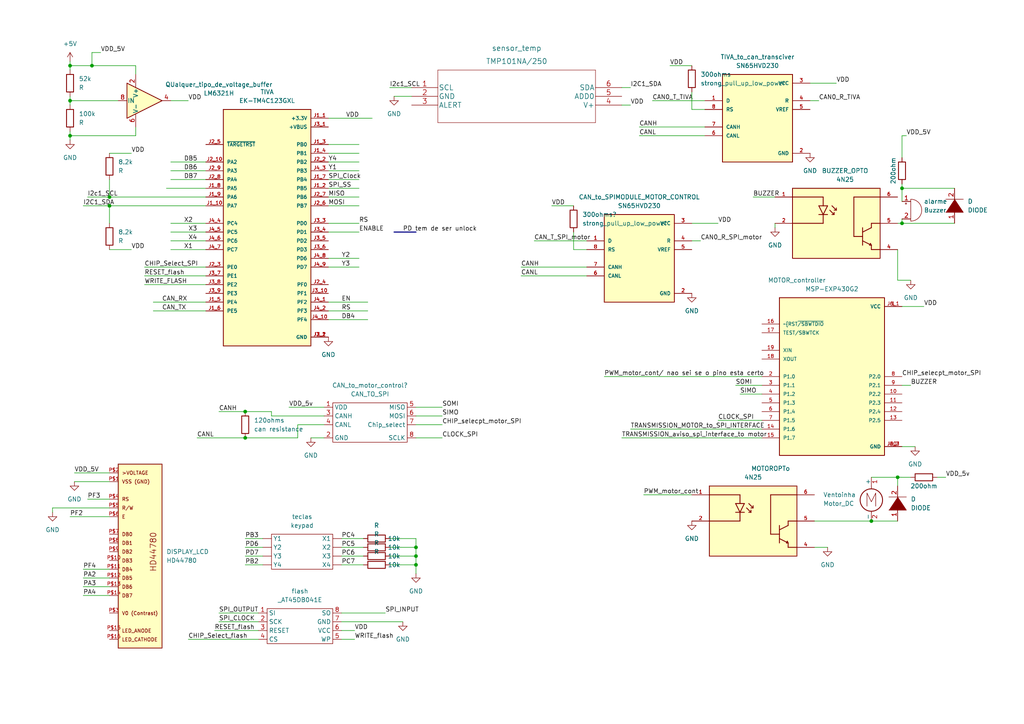
<source format=kicad_sch>
(kicad_sch (version 20211123) (generator eeschema)
  (paper "A4")
  (lib_symbols
    (symbol "4N25:4N25" (pin_names (offset 1.016))
      (property "Reference" "U" (at -12.7047 10.1638 0))
      (property "Value" "4N25" (at -12.7204 -12.7204 0))
      (symbol "4N25_0_0"
        (rectangle (start -12.7 -10.16) (end 12.7 10.16) (stroke (width 0.254)) (fill (type background)))
        (polyline (pts (xy -12.7 7.62) (xy -3.81 7.62)) (stroke (width 0.254)))
        (polyline (pts (xy -5.08 2.54) (xy -3.81 2.54)) (stroke (width 0.254)))
        (polyline (pts (xy -5.08 5.08) (xy -3.81 5.08)) (stroke (width 0.254)))
        (polyline (pts (xy -3.81 0) (xy -12.7 0)) (stroke (width 0.254)))
        (polyline (pts (xy -3.81 2.54) (xy -5.08 5.08)) (stroke (width 0.254)))
        (polyline (pts (xy -3.81 2.54) (xy -3.81 0)) (stroke (width 0.254)))
        (polyline (pts (xy -3.81 2.54) (xy -2.54 2.54)) (stroke (width 0.254)))
        (polyline (pts (xy -3.81 5.08) (xy -2.54 5.08)) (stroke (width 0.254)))
        (polyline (pts (xy -3.81 7.62) (xy -3.81 5.08)) (stroke (width 0.254)))
        (polyline (pts (xy -2.54 5.08) (xy -3.81 2.54)) (stroke (width 0.254)))
        (polyline (pts (xy -1.905 3.81) (xy -0.635 2.54)) (stroke (width 0.254)))
        (polyline (pts (xy -1.27 5.08) (xy 0 3.81)) (stroke (width 0.254)))
        (polyline (pts (xy -0.635 2.54) (xy -1.27 2.54)) (stroke (width 0.254)))
        (polyline (pts (xy -0.635 2.54) (xy -0.635 3.175)) (stroke (width 0.254)))
        (polyline (pts (xy 0 3.81) (xy -0.635 3.81)) (stroke (width 0.254)))
        (polyline (pts (xy 0 3.81) (xy 0 4.445)) (stroke (width 0.254)))
        (polyline (pts (xy 5.08 -3.81) (xy 7.62 -3.81)) (stroke (width 0.254)))
        (polyline (pts (xy 5.08 7.62) (xy 5.08 -3.81)) (stroke (width 0.254)))
        (polyline (pts (xy 7.62 -3.81) (xy 7.62 -6.35)) (stroke (width 0.254)))
        (polyline (pts (xy 7.62 -1.27) (xy 7.62 -3.81)) (stroke (width 0.254)))
        (polyline (pts (xy 9.652 -6.35) (xy 10.16 -6.35)) (stroke (width 0.254)))
        (polyline (pts (xy 9.906 -5.842) (xy 9.652 -6.35)) (stroke (width 0.254)))
        (polyline (pts (xy 10.16 -7.62) (xy 10.16 -6.35)) (stroke (width 0.254)))
        (polyline (pts (xy 10.16 -7.62) (xy 12.7 -7.62)) (stroke (width 0.254)))
        (polyline (pts (xy 10.16 -6.35) (xy 7.62 -5.08)) (stroke (width 0.254)))
        (polyline (pts (xy 10.16 -6.35) (xy 9.906 -5.842)) (stroke (width 0.254)))
        (polyline (pts (xy 10.16 -1.27) (xy 7.62 -2.54)) (stroke (width 0.254)))
        (polyline (pts (xy 10.16 0) (xy 10.16 -1.27)) (stroke (width 0.254)))
        (polyline (pts (xy 10.16 0) (xy 12.7 0)) (stroke (width 0.254)))
        (polyline (pts (xy 12.7 7.62) (xy 5.08 7.62)) (stroke (width 0.254)))
        (pin passive line (at -17.78 7.62 0) (length 5.08) (name "~") (number "1"))
        (pin passive line (at -17.78 0 0) (length 5.08) (name "~") (number "2"))
        (pin passive line (at 17.78 -7.62 180) (length 5.08) (name "~") (number "4"))
        (pin passive line (at 17.78 0 180) (length 5.08) (name "~") (number "5"))
        (pin passive line (at 17.78 7.62 180) (length 5.08) (name "~") (number "6"))
      )
    )
    (symbol "AT45DB041E:_AT45DB041E"
      (property "Reference" "U" (at -2.54 11.43 0))
      (property "Value" "_AT45DB041E" (at -2.54 -1.27 0))
      (symbol "_AT45DB041E_0_1"
        (rectangle (start -11.43 10.16) (end 7.62 0))
      )
      (symbol "_AT45DB041E_1_1"
        (pin bidirectional line (at -13.97 8.89 0) (length 2.54) (name "SI") (number "1"))
        (pin bidirectional line (at -13.97 6.35 0) (length 2.54) (name "SCK") (number "2"))
        (pin bidirectional line (at -13.97 3.81 0) (length 2.54) (name "RESET") (number "3"))
        (pin bidirectional line (at -13.97 1.27 0) (length 2.54) (name "CS") (number "4"))
        (pin bidirectional line (at 10.16 1.27 180) (length 2.54) (name "WP") (number "5"))
        (pin bidirectional line (at 10.16 3.81 180) (length 2.54) (name "VCC") (number "6"))
        (pin bidirectional line (at 10.16 6.35 180) (length 2.54) (name "GND") (number "7"))
        (pin bidirectional line (at 10.16 8.89 180) (length 2.54) (name "SO") (number "8"))
      )
    )
    (symbol "Amplifier_Buffer:LM6321H" (pin_names (offset 0.127))
      (property "Reference" "U" (at 5.08 3.81 0))
      (property "Value" "LM6321H" (at 5.08 -3.81 0))
      (symbol "LM6321H_0_1"
        (polyline (pts (xy 5.08 0) (xy -5.08 5.08) (xy -5.08 -5.08) (xy 5.08 0)) (stroke (width 0.254)) (fill (type background)))
      )
      (symbol "LM6321H_1_1"
        (pin no_connect line (at -2.54 2.54 270) (length 2.54) hide (name "NC") (number "1"))
        (pin power_in line (at -2.54 7.62 270) (length 3.81) (name "V+") (number "2"))
        (pin no_connect line (at 0 2.54 270) (length 2.54) hide (name "NC") (number "3"))
        (pin output line (at 7.62 0 180) (length 2.54) (name "~") (number "4"))
        (pin no_connect line (at 0 -2.54 90) (length 2.54) hide (name "NC") (number "5"))
        (pin power_in line (at -2.54 -7.62 90) (length 3.81) (name "V-") (number "6"))
        (pin no_connect line (at -2.54 -2.54 90) (length 2.54) hide (name "NC") (number "7"))
        (pin input line (at -7.62 0 0) (length 2.54) (name "IN") (number "8"))
      )
    )
    (symbol "CAN_TO_SPI:CAN_TO_SPI"
      (property "Reference" "U" (at 0 -12.7 0))
      (property "Value" "CAN_TO_SPI" (at 0 2.54 0))
      (symbol "CAN_TO_SPI_0_1"
        (rectangle (start -10.16 0) (end 11.43 -11.43))
      )
      (symbol "CAN_TO_SPI_1_1"
        (pin bidirectional line (at -12.7 -1.27 0) (length 2.54) (name "VDD") (number "1"))
        (pin bidirectional line (at -12.7 -10.16 0) (length 2.54) (name "GND") (number "2"))
        (pin bidirectional line (at -12.7 -3.81 0) (length 2.54) (name "CANH") (number "3"))
        (pin bidirectional line (at -12.7 -6.35 0) (length 2.54) (name "CANL") (number "4"))
        (pin bidirectional line (at 13.97 -1.27 180) (length 2.54) (name "MISO") (number "5"))
        (pin bidirectional line (at 13.97 -3.81 180) (length 2.54) (name "MOSI") (number "6"))
        (pin bidirectional line (at 13.97 -6.35 180) (length 2.54) (name "Chip_select") (number "7"))
        (pin bidirectional line (at 13.97 -10.16 180) (length 2.54) (name "SCLK") (number "8"))
      )
    )
    (symbol "Device:Buzzer" (pin_names (offset 0.0254) hide)
      (property "Reference" "BZ" (at 3.81 1.27 0))
      (property "Value" "Buzzer" (at 3.81 -1.27 0))
      (symbol "Buzzer_0_1"
        (arc (start 0 -3.175) (mid 3.175 0) (end 0 3.175))
        (polyline (pts (xy -1.651 1.905) (xy -1.143 1.905)))
        (polyline (pts (xy -1.397 2.159) (xy -1.397 1.651)))
        (polyline (pts (xy 0 3.175) (xy 0 -3.175)))
      )
      (symbol "Buzzer_1_1"
        (pin passive line (at -2.54 2.54 0) (length 2.54) (name "-") (number "1"))
        (pin passive line (at -2.54 -2.54 0) (length 2.54) (name "+") (number "2"))
      )
    )
    (symbol "Device:R" (pin_numbers hide) (pin_names (offset 0))
      (property "Reference" "R" (at 2.032 0 90))
      (property "Value" "R" (at 0 0 90))
      (symbol "R_0_1"
        (rectangle (start -1.016 -2.54) (end 1.016 2.54) (stroke (width 0.254)))
      )
      (symbol "R_1_1"
        (pin passive line (at 0 3.81 270) (length 1.27) (name "~") (number "1"))
        (pin passive line (at 0 -3.81 90) (length 1.27) (name "~") (number "2"))
      )
    )
    (symbol "EK-TM4C123GXL:EK-TM4C123GXL" (pin_names (offset 1.016))
      (property "Reference" "U" (at -12.7367 34.3099 0))
      (property "Value" "EK-TM4C123GXL" (at -12.7129 -38.1075 0))
      (symbol "EK-TM4C123GXL_0_0"
        (rectangle (start -12.7 -35.56) (end 12.7 33.02) (stroke (width 0.254)) (fill (type background)))
        (pin power_in line (at 17.78 30.48 180) (length 5.08) (name "+3.3V") (number "J1_1"))
        (pin bidirectional line (at -17.78 5.08 0) (length 5.08) (name "PA7") (number "J1_10"))
        (pin bidirectional line (at 17.78 10.16 180) (length 5.08) (name "PB5") (number "J1_2"))
        (pin bidirectional line (at 17.78 22.86 180) (length 5.08) (name "PB0") (number "J1_3"))
        (pin bidirectional line (at 17.78 20.32 180) (length 5.08) (name "PB1") (number "J1_4"))
        (pin bidirectional line (at -17.78 -22.86 0) (length 5.08) (name "PE4") (number "J1_5"))
        (pin bidirectional line (at -17.78 -25.4 0) (length 5.08) (name "PE5") (number "J1_6"))
        (pin bidirectional line (at 17.78 12.7 180) (length 5.08) (name "PB4") (number "J1_7"))
        (pin bidirectional line (at -17.78 10.16 0) (length 5.08) (name "PA5") (number "J1_8"))
        (pin bidirectional line (at -17.78 7.62 0) (length 5.08) (name "PA6") (number "J1_9"))
        (pin power_in line (at 17.78 -33.02 180) (length 5.08) (name "GND") (number "J2_1"))
        (pin bidirectional line (at -17.78 17.78 0) (length 5.08) (name "PA2") (number "J2_10"))
        (pin bidirectional line (at 17.78 17.78 180) (length 5.08) (name "PB2") (number "J2_2"))
        (pin bidirectional line (at -17.78 -12.7 0) (length 5.08) (name "PE0") (number "J2_3"))
        (pin bidirectional line (at 17.78 -17.78 180) (length 5.08) (name "PF0") (number "J2_4"))
        (pin input line (at -17.78 22.86 0) (length 5.08) (name "~{TARGETRST}") (number "J2_5"))
        (pin bidirectional line (at 17.78 5.08 180) (length 5.08) (name "PB7") (number "J2_6"))
        (pin bidirectional line (at 17.78 7.62 180) (length 5.08) (name "PB6") (number "J2_7"))
        (pin bidirectional line (at -17.78 12.7 0) (length 5.08) (name "PA4") (number "J2_8"))
        (pin bidirectional line (at -17.78 15.24 0) (length 5.08) (name "PA3") (number "J2_9"))
        (pin power_in line (at 17.78 27.94 180) (length 5.08) (name "+VBUS") (number "J3_1"))
        (pin bidirectional line (at 17.78 -20.32 180) (length 5.08) (name "PF1") (number "J3_10"))
        (pin power_in line (at 17.78 -33.02 180) (length 5.08) (name "GND") (number "J3_2"))
        (pin bidirectional line (at 17.78 0 180) (length 5.08) (name "PD0") (number "J3_3"))
        (pin bidirectional line (at 17.78 -2.54 180) (length 5.08) (name "PD1") (number "J3_4"))
        (pin bidirectional line (at 17.78 -5.08 180) (length 5.08) (name "PD2") (number "J3_5"))
        (pin bidirectional line (at 17.78 -7.62 180) (length 5.08) (name "PD3") (number "J3_6"))
        (pin bidirectional line (at -17.78 -15.24 0) (length 5.08) (name "PE1") (number "J3_7"))
        (pin bidirectional line (at -17.78 -17.78 0) (length 5.08) (name "PE2") (number "J3_8"))
        (pin bidirectional line (at -17.78 -20.32 0) (length 5.08) (name "PE3") (number "J3_9"))
        (pin bidirectional line (at 17.78 -22.86 180) (length 5.08) (name "PF2") (number "J4_1"))
        (pin bidirectional line (at 17.78 -27.94 180) (length 5.08) (name "PF4") (number "J4_10"))
        (pin bidirectional line (at 17.78 -25.4 180) (length 5.08) (name "PF3") (number "J4_2"))
        (pin bidirectional line (at 17.78 15.24 180) (length 5.08) (name "PB3") (number "J4_3"))
        (pin bidirectional line (at -17.78 0 0) (length 5.08) (name "PC4") (number "J4_4"))
        (pin bidirectional line (at -17.78 -2.54 0) (length 5.08) (name "PC5") (number "J4_5"))
        (pin bidirectional line (at -17.78 -5.08 0) (length 5.08) (name "PC6") (number "J4_6"))
        (pin bidirectional line (at -17.78 -7.62 0) (length 5.08) (name "PC7") (number "J4_7"))
        (pin bidirectional line (at 17.78 -10.16 180) (length 5.08) (name "PD6") (number "J4_8"))
        (pin bidirectional line (at 17.78 -12.7 180) (length 5.08) (name "PD7") (number "J4_9"))
      )
    )
    (symbol "HD44780:HD44780" (pin_names (offset 1.016))
      (property "Reference" "DIS" (at 0 5.0838 0))
      (property "Value" "HD44780" (at 0 2.5411 0))
      (symbol "HD44780_0_0"
        (rectangle (start 0 -53.34) (end 12.7 0) (stroke (width 0.254)) (fill (type background)))
        (text ">VOLTAGE" (at 1.0178 -2.5445 0) (effects (font (size 1.0178 1.0178)) (justify left)))
        (text "DB0" (at 1.0173 -20.3461 0) (effects (font (size 1.0173 1.0173)) (justify left)))
        (text "DB1" (at 1.0168 -22.8787 0) (effects (font (size 1.0168 1.0168)) (justify left)))
        (text "DB2" (at 1.0162 -25.4047 0) (effects (font (size 1.0162 1.0162)) (justify left)))
        (text "DB3" (at 1.0178 -27.9901 0) (effects (font (size 1.0178 1.0178)) (justify left)))
        (text "DB4" (at 1.0178 -30.5329 0) (effects (font (size 1.0178 1.0178)) (justify left)))
        (text "DB5" (at 1.0161 -33.0219 0) (effects (font (size 1.0161 1.0161)) (justify left)))
        (text "DB6" (at 1.017 -35.5947 0) (effects (font (size 1.017 1.017)) (justify left)))
        (text "DB7" (at 1.0168 -38.1282 0) (effects (font (size 1.0168 1.0168)) (justify left)))
        (text "E" (at 1.018 -15.2701 0) (effects (font (size 1.018 1.018)) (justify left)))
        (text "HD44780" (at 10.1674 -25.4186 900) (effects (font (size 1.6776 1.6776))))
        (text "LED_ANODE" (at 1.0175 -48.3321 0) (effects (font (size 1.0175 1.0175)) (justify left)))
        (text "LED_CATHODE" (at 1.0176 -50.8817 0) (effects (font (size 1.0176 1.0176)) (justify left)))
        (text "R/W" (at 1.0169 -12.7107 0) (effects (font (size 1.0169 1.0169)) (justify left)))
        (text "RS" (at 1.0163 -10.1627 0) (effects (font (size 1.0163 1.0163)) (justify left)))
        (text "V0 (Contrast)" (at 1.0176 -43.2498 0) (effects (font (size 1.0176 1.0176)) (justify left)))
        (text "VSS (GND)" (at 1.0161 -5.0803 0) (effects (font (size 1.0161 1.0161)) (justify left)))
        (pin bidirectional line (at -2.54 -5.08 0) (length 2.54) (name "~") (number "P$1"))
        (pin bidirectional line (at -2.54 -27.94 0) (length 2.54) (name "~") (number "P$10"))
        (pin bidirectional line (at -2.54 -30.48 0) (length 2.54) (name "~") (number "P$11"))
        (pin bidirectional line (at -2.54 -33.02 0) (length 2.54) (name "~") (number "P$12"))
        (pin bidirectional line (at -2.54 -35.56 0) (length 2.54) (name "~") (number "P$13"))
        (pin bidirectional line (at -2.54 -38.1 0) (length 2.54) (name "~") (number "P$14"))
        (pin bidirectional line (at -2.54 -48.26 0) (length 2.54) (name "~") (number "P$15"))
        (pin bidirectional line (at -2.54 -50.8 0) (length 2.54) (name "~") (number "P$16"))
        (pin bidirectional line (at -2.54 -2.54 0) (length 2.54) (name "~") (number "P$2"))
        (pin bidirectional line (at -2.54 -43.18 0) (length 2.54) (name "~") (number "P$3"))
        (pin bidirectional line (at -2.54 -10.16 0) (length 2.54) (name "~") (number "P$4"))
        (pin bidirectional line (at -2.54 -12.7 0) (length 2.54) (name "~") (number "P$5"))
        (pin bidirectional line (at -2.54 -15.24 0) (length 2.54) (name "~") (number "P$6"))
        (pin bidirectional line (at -2.54 -20.32 0) (length 2.54) (name "~") (number "P$7"))
        (pin bidirectional line (at -2.54 -22.86 0) (length 2.54) (name "~") (number "P$8"))
        (pin bidirectional line (at -2.54 -25.4 0) (length 2.54) (name "~") (number "P$9"))
      )
    )
    (symbol "MSP-EXP430G2:MSP-EXP430G2" (pin_names (offset 1.016))
      (property "Reference" "U" (at -15.24 23.876 0))
      (property "Value" "MSP-EXP430G2" (at -15.24 -25.4 0))
      (symbol "MSP-EXP430G2_0_0"
        (rectangle (start -15.24 -22.86) (end 15.24 22.86) (stroke (width 0.254)) (fill (type background)))
        (pin power_in line (at 20.32 20.32 180) (length 5.08) (name "VCC") (number "1"))
        (pin bidirectional line (at 20.32 -5.08 180) (length 5.08) (name "P2.2") (number "10"))
        (pin bidirectional line (at 20.32 -7.62 180) (length 5.08) (name "P2.3") (number "11"))
        (pin bidirectional line (at 20.32 -10.16 180) (length 5.08) (name "P2.4") (number "12"))
        (pin bidirectional line (at 20.32 -12.7 180) (length 5.08) (name "P2.5") (number "13"))
        (pin bidirectional line (at -20.32 -15.24 0) (length 5.08) (name "P1.6") (number "14"))
        (pin bidirectional line (at -20.32 -17.78 0) (length 5.08) (name "P1.7") (number "15"))
        (pin bidirectional line (at -20.32 15.24 0) (length 5.08) (name "~{RST~{/SBWTDIO}") (number "16"))
        (pin input line (at -20.32 12.7 0) (length 5.08) (name "TEST/SBWTCK") (number "17"))
        (pin output line (at -20.32 5.08 0) (length 5.08) (name "XOUT") (number "18"))
        (pin input line (at -20.32 7.62 0) (length 5.08) (name "XIN") (number "19"))
        (pin bidirectional line (at -20.32 0 0) (length 5.08) (name "P1.0") (number "2"))
        (pin power_in line (at 20.32 -20.32 180) (length 5.08) (name "GND") (number "20"))
        (pin bidirectional line (at -20.32 -2.54 0) (length 5.08) (name "P1.1") (number "3"))
        (pin bidirectional line (at -20.32 -5.08 0) (length 5.08) (name "P1.2") (number "4"))
        (pin bidirectional line (at -20.32 -7.62 0) (length 5.08) (name "P1.3") (number "5"))
        (pin bidirectional line (at -20.32 -10.16 0) (length 5.08) (name "P1.4") (number "6"))
        (pin bidirectional line (at -20.32 -12.7 0) (length 5.08) (name "P1.5") (number "7"))
        (pin bidirectional line (at 20.32 0 180) (length 5.08) (name "P2.0") (number "8"))
        (pin bidirectional line (at 20.32 -2.54 180) (length 5.08) (name "P2.1") (number "9"))
        (pin power_in line (at 20.32 20.32 180) (length 5.08) (name "VCC") (number "J6_1"))
        (pin power_in line (at 20.32 -20.32 180) (length 5.08) (name "GND") (number "J6_2"))
        (pin power_in line (at 20.32 -20.32 180) (length 5.08) (name "GND") (number "J6_3"))
      )
    )
    (symbol "Motor:Motor_DC" (pin_names (offset 0))
      (property "Reference" "M" (at 2.54 2.54 0))
      (property "Value" "Motor_DC" (at 2.54 -5.08 0))
      (symbol "Motor_DC_0_0"
        (polyline (pts (xy -1.27 -3.302) (xy -1.27 0.508) (xy 0 -2.032) (xy 1.27 0.508) (xy 1.27 -3.302)))
      )
      (symbol "Motor_DC_0_1"
        (circle (center 0 -1.524) (radius 3.2512) (stroke (width 0.254)))
        (polyline (pts (xy 0 -7.62) (xy 0 -7.112)))
        (polyline (pts (xy 0 -4.7752) (xy 0 -5.1816)))
        (polyline (pts (xy 0 1.7272) (xy 0 2.0828)))
        (polyline (pts (xy 0 2.032) (xy 0 2.54)))
      )
      (symbol "Motor_DC_1_1"
        (pin passive line (at 0 5.08 270) (length 2.54) (name "+") (number "1"))
        (pin passive line (at 0 -7.62 90) (length 2.54) (name "-") (number "2"))
      )
    )
    (symbol "SN65HVD230:SN65HVD230" (pin_names (offset 1.016))
      (property "Reference" "U" (at -10.164 13.9767 0))
      (property "Value" "SN65HVD230" (at -10.1706 -13.9559 0))
      (symbol "SN65HVD230_0_0"
        (rectangle (start -10.16 -12.7) (end 10.16 12.7) (stroke (width 0.254)) (fill (type background)))
        (pin input line (at -15.24 5.08 0) (length 5.08) (name "D") (number "1"))
        (pin power_in line (at 15.24 -10.16 180) (length 5.08) (name "GND") (number "2"))
        (pin power_in line (at 15.24 10.16 180) (length 5.08) (name "VCC") (number "3"))
        (pin output line (at 15.24 5.08 180) (length 5.08) (name "R") (number "4"))
        (pin output line (at 15.24 2.54 180) (length 5.08) (name "VREF") (number "5"))
        (pin bidirectional line (at -15.24 -5.08 0) (length 5.08) (name "CANL") (number "6"))
        (pin bidirectional line (at -15.24 -2.54 0) (length 5.08) (name "CANH") (number "7"))
        (pin input line (at -15.24 2.54 0) (length 5.08) (name "RS") (number "8"))
      )
    )
    (symbol "TMP 101:TMP101NA{slash}250" (pin_names (offset 0.254))
      (property "Reference" "U" (at 30.48 10.16 0))
      (property "Value" "TMP101NA{slash}250" (at 30.48 7.62 0))
      (symbol "TMP101NA{slash}250_1_1"
        (polyline (pts (xy 7.62 -10.16) (xy 53.34 -10.16)) (stroke (width 0.127)))
        (polyline (pts (xy 7.62 5.08) (xy 7.62 -10.16)) (stroke (width 0.127)))
        (polyline (pts (xy 53.34 -10.16) (xy 53.34 5.08)) (stroke (width 0.127)))
        (polyline (pts (xy 53.34 5.08) (xy 7.62 5.08)) (stroke (width 0.127)))
        (pin unspecified line (at 0 0 0) (length 7.62) (name "SCL") (number "1"))
        (pin power_in line (at 0 -2.54 0) (length 7.62) (name "GND") (number "2"))
        (pin unspecified line (at 0 -5.08 0) (length 7.62) (name "ALERT") (number "3"))
        (pin power_in line (at 60.96 -5.08 180) (length 7.62) (name "V+") (number "4"))
        (pin unspecified line (at 60.96 -2.54 180) (length 7.62) (name "ADD0") (number "5"))
        (pin unspecified line (at 60.96 0 180) (length 7.62) (name "SDA") (number "6"))
      )
    )
    (symbol "keypad:keypad"
      (property "Reference" "U" (at 0 10.16 0))
      (property "Value" "keypad" (at 0 -3.81 0))
      (symbol "keypad_0_1"
        (rectangle (start -10.16 8.89) (end 7.62 -1.27))
      )
      (symbol "keypad_1_1"
        (pin output line (at 10.16 7.62 180) (length 2.54) (name "X1") (number ""))
        (pin output line (at 10.16 5.08 180) (length 2.54) (name "X2") (number ""))
        (pin output line (at 10.16 2.54 180) (length 2.54) (name "X3") (number ""))
        (pin output line (at 10.16 0 180) (length 2.54) (name "X4") (number ""))
        (pin output line (at -12.7 7.62 0) (length 2.54) (name "Y1") (number ""))
        (pin output line (at -12.7 5.08 0) (length 2.54) (name "Y2") (number ""))
        (pin output line (at -12.7 2.54 0) (length 2.54) (name "Y3") (number ""))
        (pin output line (at -12.7 0 0) (length 2.54) (name "Y4") (number ""))
      )
    )
    (symbol "power:+5V" (power) (pin_names (offset 0))
      (property "Value" "+5V" (at 0 3.556 0))
      (symbol "+5V_0_1"
        (polyline (pts (xy -0.762 1.27) (xy 0 2.54)))
        (polyline (pts (xy 0 0) (xy 0 2.54)))
        (polyline (pts (xy 0 2.54) (xy 0.762 1.27)))
      )
      (symbol "+5V_1_1"
        (pin power_in line (at 0 0 90) (length 0) hide (name "+5V") (number "1"))
      )
    )
    (symbol "power:GND" (power) (pin_names (offset 0))
      (property "Value" "GND" (at 0 -3.81 0))
      (symbol "GND_0_1"
        (polyline (pts (xy 0 0) (xy 0 -1.27) (xy 1.27 -1.27) (xy 0 -2.54) (xy -1.27 -1.27) (xy 0 -1.27)))
      )
      (symbol "GND_1_1"
        (pin power_in line (at 0 0 270) (length 0) hide (name "GND") (number "1"))
      )
    )
    (symbol "pspice:DIODE" (pin_names (offset 1.016) hide)
      (property "Reference" "D" (at 0 3.81 0))
      (property "Value" "DIODE" (at 0 -4.445 0))
      (symbol "DIODE_0_1"
        (polyline (pts (xy 1.905 2.54) (xy 1.905 -2.54)))
        (polyline (pts (xy -1.905 2.54) (xy -1.905 -2.54) (xy 1.905 0)) (fill (type outline)))
      )
      (symbol "DIODE_1_1"
        (pin input line (at -5.08 0 0) (length 3.81) (name "K") (number "1"))
        (pin input line (at 5.08 0 180) (length 3.81) (name "A") (number "2"))
      )
    )
  )
  (junction (at 261.62 54.61))
  (junction (at 260.35 138.43))
  (junction (at 120.65 158.75))
  (junction (at 31.75 57.15))
  (junction (at 31.75 59.69))
  (junction (at 120.65 163.83))
  (junction (at 252.73 151.13))
  (junction (at 20.32 29.21))
  (junction (at 71.12 127))
  (junction (at 120.65 161.29))
  (junction (at 71.12 119.38))
  (junction (at 20.32 39.37))
  (junction (at 20.32 19.05))
  (junction (at 26.67 19.05))
  (junction (at 261.62 64.77))
  (wire (pts (xy 31.75 59.69) (xy 59.69 59.69)))
  (wire (pts (xy 95.25 92.71) (xy 106.68 92.71)))
  (wire (pts (xy 20.32 27.94) (xy 20.32 29.21)))
  (wire (pts (xy 113.03 25.4) (xy 119.38 25.4)))
  (wire (pts (xy 261.62 129.54) (xy 265.43 129.54)))
  (wire (pts (xy 182.88 124.46) (xy 220.98 124.46)))
  (wire (pts (xy 261.62 64.77) (xy 276.86 64.77)))
  (wire (pts (xy 93.98 120.65) (xy 78.74 120.65)))
  (wire (pts (xy 99.06 177.8) (xy 111.76 177.8)))
  (wire (pts (xy 95.25 67.31) (xy 104.14 67.31)))
  (wire (pts (xy 120.65 120.65) (xy 128.27 120.65)))
  (wire (pts (xy 180.34 30.48) (xy 182.88 30.48)))
  (wire (pts (xy 41.91 77.47) (xy 59.69 77.47)))
  (wire (pts (xy 271.78 138.43) (xy 274.32 138.43)))
  (wire (pts (xy 49.53 64.77) (xy 59.69 64.77)))
  (wire (pts (xy 78.74 119.38) (xy 71.12 119.38)))
  (wire (pts (xy 113.03 161.29) (xy 120.65 161.29)))
  (wire (pts (xy 166.37 72.39) (xy 170.18 72.39)))
  (wire (pts (xy 71.12 156.21) (xy 76.2 156.21)))
  (wire (pts (xy 25.4 57.15) (xy 31.75 57.15)))
  (wire (pts (xy 120.65 127) (xy 128.27 127)))
  (wire (pts (xy 260.35 72.39) (xy 260.35 81.28)))
  (wire (pts (xy 261.62 64.77) (xy 260.35 64.77)))
  (wire (pts (xy 21.59 137.16) (xy 31.75 137.16)))
  (wire (pts (xy 99.06 185.42) (xy 102.87 185.42)))
  (wire (pts (xy 95.25 59.69) (xy 104.14 59.69)))
  (wire (pts (xy 114.3 27.94) (xy 119.38 27.94)))
  (wire (pts (xy 200.66 26.67) (xy 200.66 31.75)))
  (wire (pts (xy 15.24 147.32) (xy 15.24 148.59)))
  (wire (pts (xy 20.32 39.37) (xy 20.32 40.64)))
  (wire (pts (xy 86.36 127) (xy 86.36 123.19)))
  (wire (pts (xy 71.12 158.75) (xy 76.2 158.75)))
  (wire (pts (xy 26.67 15.24) (xy 29.21 15.24)))
  (wire (pts (xy 25.4 144.78) (xy 31.75 144.78)))
  (wire (pts (xy 31.75 52.07) (xy 31.75 57.15)))
  (wire (pts (xy 39.37 36.83) (xy 39.37 39.37)))
  (wire (pts (xy 175.26 109.22) (xy 220.98 109.22)))
  (wire (pts (xy 95.25 74.93) (xy 104.14 74.93)))
  (wire (pts (xy 39.37 19.05) (xy 26.67 19.05)))
  (wire (pts (xy 49.53 46.99) (xy 59.69 46.99)))
  (wire (pts (xy 95.25 87.63) (xy 106.68 87.63)))
  (wire (pts (xy 49.53 29.21) (xy 54.61 29.21)))
  (wire (pts (xy 44.45 90.17) (xy 59.69 90.17)))
  (wire (pts (xy 31.75 57.15) (xy 59.69 57.15)))
  (wire (pts (xy 260.35 138.43) (xy 260.35 140.97)))
  (wire (pts (xy 57.15 127) (xy 71.12 127)))
  (bus (pts (xy 114.3 67.31) (xy 120.65 67.31)))
  (wire (pts (xy 20.32 149.86) (xy 31.75 149.86)))
  (wire (pts (xy 261.62 45.72) (xy 261.62 39.37)))
  (wire (pts (xy 151.13 77.47) (xy 170.18 77.47)))
  (wire (pts (xy 186.69 143.51) (xy 200.66 143.51)))
  (wire (pts (xy 71.12 163.83) (xy 76.2 163.83)))
  (wire (pts (xy 99.06 163.83) (xy 105.41 163.83)))
  (wire (pts (xy 99.06 161.29) (xy 105.41 161.29)))
  (wire (pts (xy 185.42 39.37) (xy 204.47 39.37)))
  (wire (pts (xy 54.61 185.42) (xy 74.93 185.42)))
  (wire (pts (xy 166.37 67.31) (xy 166.37 72.39)))
  (wire (pts (xy 261.62 63.5) (xy 261.62 64.77)))
  (wire (pts (xy 39.37 21.59) (xy 39.37 19.05)))
  (wire (pts (xy 20.32 19.05) (xy 20.32 20.32)))
  (wire (pts (xy 41.91 80.01) (xy 59.69 80.01)))
  (wire (pts (xy 120.65 118.11) (xy 128.27 118.11)))
  (wire (pts (xy 180.34 127) (xy 220.98 127)))
  (wire (pts (xy 83.82 118.11) (xy 93.98 118.11)))
  (wire (pts (xy 218.44 57.15) (xy 224.79 57.15)))
  (wire (pts (xy 99.06 158.75) (xy 105.41 158.75)))
  (wire (pts (xy 15.24 147.32) (xy 31.75 147.32)))
  (wire (pts (xy 39.37 39.37) (xy 20.32 39.37)))
  (wire (pts (xy 31.75 72.39) (xy 38.1 72.39)))
  (wire (pts (xy 99.06 180.34) (xy 116.84 180.34)))
  (wire (pts (xy 189.23 29.21) (xy 204.47 29.21)))
  (wire (pts (xy 95.25 44.45) (xy 104.14 44.45)))
  (wire (pts (xy 20.32 38.1) (xy 20.32 39.37)))
  (wire (pts (xy 224.79 64.77) (xy 224.79 66.04)))
  (wire (pts (xy 26.67 19.05) (xy 20.32 19.05)))
  (wire (pts (xy 160.02 59.69) (xy 166.37 59.69)))
  (wire (pts (xy 151.13 80.01) (xy 170.18 80.01)))
  (wire (pts (xy 24.13 172.72) (xy 31.75 172.72)))
  (wire (pts (xy 234.95 29.21) (xy 237.49 29.21)))
  (wire (pts (xy 31.75 59.69) (xy 31.75 64.77)))
  (wire (pts (xy 95.25 46.99) (xy 104.14 46.99)))
  (wire (pts (xy 261.62 54.61) (xy 276.86 54.61)))
  (wire (pts (xy 95.25 57.15) (xy 104.14 57.15)))
  (wire (pts (xy 48.26 54.61) (xy 59.69 54.61)))
  (wire (pts (xy 180.34 25.4) (xy 182.88 25.4)))
  (wire (pts (xy 99.06 156.21) (xy 105.41 156.21)))
  (wire (pts (xy 95.25 34.29) (xy 107.95 34.29)))
  (wire (pts (xy 95.25 77.47) (xy 104.14 77.47)))
  (wire (pts (xy 120.65 156.21) (xy 120.65 158.75)))
  (wire (pts (xy 24.13 170.18) (xy 31.75 170.18)))
  (wire (pts (xy 261.62 111.76) (xy 264.16 111.76)))
  (wire (pts (xy 95.25 41.91) (xy 104.14 41.91)))
  (wire (pts (xy 95.25 54.61) (xy 104.14 54.61)))
  (wire (pts (xy 21.59 139.7) (xy 31.75 139.7)))
  (wire (pts (xy 234.95 24.13) (xy 242.57 24.13)))
  (wire (pts (xy 24.13 167.64) (xy 31.75 167.64)))
  (wire (pts (xy 208.28 121.92) (xy 220.98 121.92)))
  (wire (pts (xy 78.74 120.65) (xy 78.74 119.38)))
  (wire (pts (xy 99.06 182.88) (xy 102.87 182.88)))
  (wire (pts (xy 49.53 72.39) (xy 59.69 72.39)))
  (wire (pts (xy 26.67 15.24) (xy 26.67 19.05)))
  (wire (pts (xy 95.25 52.07) (xy 104.14 52.07)))
  (wire (pts (xy 113.03 156.21) (xy 120.65 156.21)))
  (wire (pts (xy 24.13 59.69) (xy 31.75 59.69)))
  (wire (pts (xy 260.35 138.43) (xy 264.16 138.43)))
  (wire (pts (xy 113.03 158.75) (xy 120.65 158.75)))
  (wire (pts (xy 20.32 17.78) (xy 20.32 19.05)))
  (wire (pts (xy 194.31 19.05) (xy 200.66 19.05)))
  (wire (pts (xy 49.53 49.53) (xy 59.69 49.53)))
  (wire (pts (xy 95.25 90.17) (xy 106.68 90.17)))
  (wire (pts (xy 214.63 114.3) (xy 220.98 114.3)))
  (wire (pts (xy 154.94 69.85) (xy 170.18 69.85)))
  (wire (pts (xy 120.65 161.29) (xy 120.65 163.83)))
  (wire (pts (xy 49.53 67.31) (xy 59.69 67.31)))
  (wire (pts (xy 200.66 64.77) (xy 208.28 64.77)))
  (wire (pts (xy 63.5 177.8) (xy 74.93 177.8)))
  (wire (pts (xy 261.62 88.9) (xy 267.97 88.9)))
  (wire (pts (xy 31.75 44.45) (xy 38.1 44.45)))
  (wire (pts (xy 86.36 123.19) (xy 93.98 123.19)))
  (wire (pts (xy 20.32 30.48) (xy 20.32 29.21)))
  (wire (pts (xy 49.53 69.85) (xy 59.69 69.85)))
  (wire (pts (xy 62.23 182.88) (xy 74.93 182.88)))
  (wire (pts (xy 63.5 119.38) (xy 71.12 119.38)))
  (wire (pts (xy 95.25 64.77) (xy 104.14 64.77)))
  (wire (pts (xy 71.12 127) (xy 86.36 127)))
  (wire (pts (xy 236.22 158.75) (xy 240.03 158.75)))
  (wire (pts (xy 120.65 158.75) (xy 120.65 161.29)))
  (wire (pts (xy 252.73 138.43) (xy 260.35 138.43)))
  (wire (pts (xy 260.35 81.28) (xy 264.16 81.28)))
  (wire (pts (xy 200.66 69.85) (xy 203.2 69.85)))
  (wire (pts (xy 71.12 161.29) (xy 76.2 161.29)))
  (wire (pts (xy 261.62 39.37) (xy 262.89 39.37)))
  (wire (pts (xy 236.22 151.13) (xy 252.73 151.13)))
  (wire (pts (xy 90.17 127) (xy 93.98 127)))
  (wire (pts (xy 63.5 180.34) (xy 74.93 180.34)))
  (wire (pts (xy 24.13 165.1) (xy 31.75 165.1)))
  (wire (pts (xy 113.03 163.83) (xy 120.65 163.83)))
  (wire (pts (xy 49.53 52.07) (xy 59.69 52.07)))
  (wire (pts (xy 41.91 82.55) (xy 59.69 82.55)))
  (wire (pts (xy 261.62 54.61) (xy 261.62 58.42)))
  (wire (pts (xy 213.36 111.76) (xy 220.98 111.76)))
  (wire (pts (xy 252.73 151.13) (xy 260.35 151.13)))
  (wire (pts (xy 185.42 36.83) (xy 204.47 36.83)))
  (wire (pts (xy 120.65 123.19) (xy 128.27 123.19)))
  (wire (pts (xy 200.66 31.75) (xy 204.47 31.75)))
  (wire (pts (xy 261.62 53.34) (xy 261.62 54.61)))
  (wire (pts (xy 44.45 87.63) (xy 59.69 87.63)))
  (wire (pts (xy 20.32 29.21) (xy 34.29 29.21)))
  (wire (pts (xy 120.65 163.83) (xy 120.65 166.37)))
  (wire (pts (xy 95.25 49.53) (xy 104.14 49.53)))
  (label "PF3" (at 25.4 144.78 0))
  (label "SIMO" (at 128.27 120.65 0))
  (label "VDD" (at 208.28 64.77 0))
  (label "I2C1_SDA" (at 24.13 59.69 0))
  (label "DB6" (at 53.34 49.53 0))
  (label "VDD" (at 194.31 19.05 0))
  (label "CLOCK_SPI" (at 208.28 121.92 0))
  (label "TRANSMISSION_MOTOR_to_SPI_INTERFACE" (at 182.88 124.46 0))
  (label "CANL" (at 151.13 80.01 0))
  (label "VDD" (at 267.97 88.9 0))
  (label "ENABLE" (at 104.14 67.31 0))
  (label "CAN_RX" (at 46.99 87.63 0))
  (label "DB4" (at 99.06 92.71 0))
  (label "VDD_5v" (at 83.82 118.11 0))
  (label "X1" (at 53.34 72.39 0))
  (label "EN" (at 99.06 87.63 0))
  (label "VDD" (at 38.1 72.39 0))
  (label "VDD" (at 182.88 30.48 0))
  (label "SPI_Clock" (at 95.25 52.07 0))
  (label "VDD_5V" (at 262.89 39.37 0))
  (label "CLOCK_SPI" (at 128.27 127 0))
  (label "PC6" (at 99.06 161.29 0))
  (label "BUZZER" (at 218.44 57.15 0))
  (label "CAN0_R_TIVA" (at 237.49 29.21 0))
  (label "PA2" (at 24.13 167.64 0))
  (label "I2c1_SCL" (at 25.4 57.15 0))
  (label "VDD" (at 100.33 34.29 0))
  (label "MOSI" (at 95.25 59.69 0))
  (label "RESET_flash" (at 41.91 80.01 0))
  (label "PD tem de ser unlock" (at 116.84 67.31 0))
  (label "VDD" (at 242.57 24.13 0))
  (label "X2" (at 53.34 64.77 0))
  (label "DB5" (at 53.34 46.99 0))
  (label "PA3" (at 24.13 170.18 0))
  (label "DB7" (at 53.34 52.07 0))
  (label "RESET_flash" (at 62.23 182.88 0))
  (label "MISO" (at 95.25 57.15 0))
  (label "SOMI" (at 128.27 118.11 0))
  (label "SPI_INPUT" (at 111.76 177.8 0))
  (label "PC7" (at 99.06 163.83 0))
  (label "PWM_motor_cont" (at 186.69 143.51 0))
  (label "CAN0_R_SPI_motor" (at 203.2 69.85 0))
  (label "TRANSMISSION_aviso_spi_interface_to motor" (at 180.34 127 0))
  (label "CHIP_Select_SPI" (at 41.91 77.47 0))
  (label "CANH" (at 151.13 77.47 0))
  (label "CHIP_Select_flash" (at 54.61 185.42 0))
  (label "SPI_SS" (at 95.25 54.61 0))
  (label "CAN_T_SPI_motor" (at 154.94 69.85 0))
  (label "CANH" (at 185.42 36.83 0))
  (label "X3" (at 54.61 67.31 0))
  (label "VDD_5v" (at 274.32 138.43 0))
  (label "VDD_5V" (at 29.21 15.24 0))
  (label "PC5" (at 99.06 158.75 0))
  (label "PC4" (at 99.06 156.21 0))
  (label "PF4" (at 24.13 165.1 0))
  (label "Y1" (at 95.25 49.53 0))
  (label "PD7" (at 71.12 161.29 0))
  (label "PB3" (at 71.12 156.21 0))
  (label "Y4" (at 95.25 46.99 0))
  (label "VDD" (at 38.1 44.45 0))
  (label "CAN_TX" (at 46.99 90.17 0))
  (label "VDD_5V" (at 21.59 137.16 0))
  (label "SPI_OUTPUT" (at 63.5 177.8 0))
  (label "PWM_motor_cont{slash} nao sei se o pino esta certo" (at 175.26 109.22 0))
  (label "PF2" (at 20.32 149.86 0))
  (label "SIMO" (at 214.63 114.3 0))
  (label "BUZZER" (at 264.16 111.76 0))
  (label "Y2" (at 99.06 74.93 0))
  (label "PA4" (at 24.13 172.72 0))
  (label "CHIP_selecpt_motor_SPI" (at 128.27 123.19 0))
  (label "I2C1_SDA" (at 182.88 25.4 0))
  (label "CANL" (at 57.15 127 0))
  (label "VDD" (at 160.02 59.69 0))
  (label "RS" (at 99.06 90.17 0))
  (label "PD6" (at 71.12 158.75 0))
  (label "CHIP_selecpt_motor_SPI" (at 261.62 109.22 0))
  (label "VDD" (at 54.61 29.21 0))
  (label "X4" (at 54.61 69.85 0))
  (label "SPI_CLOCK" (at 63.5 180.34 0))
  (label "RS" (at 104.14 64.77 0))
  (label "CANL" (at 185.42 39.37 0))
  (label "WRITE_FLASH" (at 41.91 82.55 0))
  (label "VDD" (at 102.87 182.88 0))
  (label "I2c1_SCL" (at 113.03 25.4 0))
  (label "WRITE_flash" (at 102.87 185.42 0))
  (label "SOMI" (at 213.36 111.76 0))
  (label "CANH" (at 63.5 119.38 0))
  (label "CAN0_T_TIVA" (at 189.23 29.21 0))
  (label "PB2" (at 71.12 163.83 0))
  (label "Y3" (at 99.06 77.47 0))
  (symbol (lib_id "Device:R") (at 109.22 158.75 270) (unit 1)
    (property "Reference" "10k" (at 114.3 158.75 90))
    (property "Value" "R" (at 109.22 154.94 90))
  )
  (symbol (lib_id "Device:R") (at 109.22 161.29 270) (unit 1)
    (property "Reference" "10k" (at 114.3 161.29 90))
    (property "Value" "R" (at 109.22 157.48 90))
  )
  (symbol (lib_id "power:GND") (at 234.95 44.45 0) (unit 1)
    (property "Reference" "#PWR?" (effects hide))
    (property "Value" "GND" (at 234.95 49.53 0))
  )
  (symbol (lib_id "power:GND") (at 114.3 27.94 0) (unit 1)
    (property "Reference" "#PWR?" (effects hide))
    (property "Value" "GND" (at 114.3 33.02 0))
  )
  (symbol (lib_id "keypad:keypad") (at 88.9 163.83 0) (unit 1)
    (property "Reference" "teclas" (at 87.63 149.86 0))
    (property "Value" "keypad" (at 87.63 152.4 0))
  )
  (symbol (lib_id "Device:R") (at 20.32 34.29 0) (unit 1)
    (property "Reference" "100k" (at 22.86 33.0199 0) (effects (justify left)))
    (property "Value" "R" (at 22.86 35.5599 0) (effects (justify left)))
  )
  (symbol (lib_id "pspice:DIODE") (at 260.35 146.05 90) (unit 1)
    (property "Reference" "D" (at 264.16 144.7799 90) (effects (justify right)))
    (property "Value" "DIODE" (at 264.16 147.3199 90) (effects (justify right)))
  )
  (symbol (lib_id "power:GND") (at 21.59 139.7 0) (unit 1)
    (property "Reference" "#PWR?" (effects hide))
    (property "Value" "GND" (at 21.59 144.78 0))
  )
  (symbol (lib_id "power:GND") (at 20.32 40.64 0) (unit 1)
    (property "Reference" "#PWR?" (effects hide))
    (property "Value" "GND" (at 20.32 45.72 0))
  )
  (symbol (lib_id "SN65HVD230:SN65HVD230") (at 219.71 34.29 0) (unit 1)
    (property "Reference" "TIVA_to_can_transciver" (at 219.71 16.51 0))
    (property "Value" "SN65HVD230" (at 219.71 19.05 0))
    (property "Footprint" "SOIC127P599X175-8N" (effects hide))
    (property "MAXIMUM_PACKAGE_HEIGHT" "1.75 mm" (effects hide))
    (property "STANDARD" "IPC 7351B" (effects hide))
    (property "PARTREV" "02/2019" (effects hide))
    (property "MANUFACTURER" "Texas Instruments" (effects hide))
  )
  (symbol (lib_id "power:GND") (at 224.79 66.04 0) (unit 1)
    (property "Reference" "#PWR?" (effects hide))
    (property "Value" "GND" (at 224.79 71.12 0))
  )
  (symbol (lib_id "AT45DB041E:_AT45DB041E") (at 88.9 186.69 0) (unit 1)
    (property "Reference" "flash" (at 86.995 171.45 0))
    (property "Value" "_AT45DB041E" (at 86.995 173.99 0))
  )
  (symbol (lib_id "Device:R") (at 31.75 68.58 0) (unit 1)
    (property "Reference" "8.2k" (at 34.29 67.3099 0) (effects (justify left)))
    (property "Value" "R" (at 34.29 69.8499 0) (effects (justify left)))
  )
  (symbol (lib_id "HD44780:HD44780") (at 34.29 134.62 0) (unit 1)
    (property "Reference" "DISPLAY_LCD" (at 48.26 160.0199 0) (effects (justify left)))
    (property "Value" "HD44780" (at 48.26 162.5599 0) (effects (justify left)))
    (property "Footprint" "16026-16X2" (effects hide))
    (property "MGF#" "N/A" (effects hide))
    (property "VOLTAGE" "5V" (effects hide))
  )
  (symbol (lib_id "MSP-EXP430G2:MSP-EXP430G2") (at 241.3 109.22 0) (unit 1)
    (property "Reference" "MOTOR_controller" (at 231.14 81.28 0))
    (property "Value" "MSP-EXP430G2" (at 241.3 83.82 0))
    (property "Footprint" "MODULE_MSP-EXP430G2" (effects hide))
    (property "STANDARD" "Manufacturer Recommendations" (effects hide))
    (property "PARTREV" "1.5" (effects hide))
    (property "MANUFACTURER" "Texas Instruments" (effects hide))
  )
  (symbol (lib_id "Device:R") (at 166.37 63.5 0) (unit 1)
    (property "Reference" "300ohms?" (at 168.91 62.2299 0) (effects (justify left)))
    (property "Value" "strong_pull_up_low_power" (at 168.91 64.7699 0) (effects (justify left)))
  )
  (symbol (lib_id "4N25:4N25") (at 242.57 64.77 0) (unit 1)
    (property "Reference" "BUZZER_OPTO" (at 245.11 49.53 0))
    (property "Value" "4N25" (at 245.11 52.07 0))
    (property "Footprint" "DIP762W50P254L712H400Q6N" (effects hide))
    (property "MANUFACTURER" "ISOCOM COMPONENTS" (effects hide))
  )
  (symbol (lib_id "power:GND") (at 116.84 180.34 0) (unit 1)
    (property "Reference" "#PWR?" (effects hide))
    (property "Value" "GND" (at 116.84 185.42 0))
  )
  (symbol (lib_id "TMP 101:TMP101NA{slash}250") (at 119.38 25.4 0) (unit 1)
    (property "Reference" "sensor_temp" (at 149.86 13.97 0) (effects (font (size 1.524 1.524))))
    (property "Value" "TMP101NA/250" (at 149.86 17.78 0) (effects (font (size 1.524 1.524))))
    (property "Footprint" "DBV6" (effects hide))
  )
  (symbol (lib_id "Device:R") (at 31.75 48.26 0) (unit 1)
    (property "Reference" "8.2k" (at 34.29 46.9899 0) (effects (justify left)))
    (property "Value" "R" (at 34.29 49.5299 0) (effects (justify left)))
  )
  (symbol (lib_id "Device:R") (at 109.22 163.83 270) (unit 1)
    (property "Reference" "10k" (at 114.3 163.83 90))
    (property "Value" "R" (at 109.22 160.02 90))
  )
  (symbol (lib_id "power:GND") (at 95.25 97.79 0) (unit 1)
    (property "Reference" "#PWR?" (effects hide))
    (property "Value" "GND" (at 95.25 102.87 0))
  )
  (symbol (lib_id "CAN_TO_SPI:CAN_TO_SPI") (at 106.68 116.84 0) (unit 1)
    (property "Reference" "CAN_to_motor_control?" (at 107.315 111.76 0))
    (property "Value" "CAN_TO_SPI" (at 107.315 114.3 0))
  )
  (symbol (lib_id "Device:R") (at 71.12 123.19 0) (unit 1)
    (property "Reference" "120ohms" (at 73.66 121.9199 0) (effects (justify left)))
    (property "Value" "can resistance" (at 73.66 124.4599 0) (effects (justify left)))
  )
  (symbol (lib_id "power:GND") (at 90.17 127 0) (unit 1)
    (property "Reference" "#PWR?" (effects hide))
    (property "Value" "GND" (at 90.17 132.08 0))
  )
  (symbol (lib_id "pspice:DIODE") (at 276.86 59.69 90) (unit 1)
    (property "Reference" "D" (at 280.67 58.4199 90) (effects (justify right)))
    (property "Value" "DIODE" (at 280.67 60.9599 90) (effects (justify right)))
  )
  (symbol (lib_id "Device:R") (at 200.66 22.86 0) (unit 1)
    (property "Reference" "300ohms" (at 203.2 21.5899 0) (effects (justify left)))
    (property "Value" "strong_pull_up_low_power" (at 203.2 24.1299 0) (effects (justify left)))
  )
  (symbol (lib_id "4N25:4N25") (at 218.44 151.13 0) (unit 1)
    (property "Reference" "MOTOROPTo" (at 223.52 135.89 0))
    (property "Value" "4N25" (at 218.44 138.43 0))
    (property "Footprint" "DIP762W50P254L712H400Q6N" (effects hide))
    (property "MANUFACTURER" "ISOCOM COMPONENTS" (effects hide))
  )
  (symbol (lib_id "Motor:Motor_DC") (at 252.73 143.51 0) (unit 1)
    (property "Reference" "Ventoinha" (at 238.76 143.51 0) (effects (justify left)))
    (property "Value" "Motor_DC" (at 238.76 146.05 0) (effects (justify left)))
  )
  (symbol (lib_id "power:GND") (at 200.66 151.13 0) (unit 1)
    (property "Reference" "#PWR?" (effects hide))
    (property "Value" "GND" (at 200.66 156.21 0))
  )
  (symbol (lib_id "power:GND") (at 240.03 158.75 0) (unit 1)
    (property "Reference" "#PWR?" (effects hide))
    (property "Value" "GND" (at 240.03 163.83 0))
  )
  (symbol (lib_id "Device:R") (at 20.32 24.13 0) (unit 1)
    (property "Reference" "52k" (at 22.86 22.8599 0) (effects (justify left)))
    (property "Value" "R" (at 22.86 25.3999 0) (effects (justify left)))
  )
  (symbol (lib_id "power:+5V") (at 20.32 17.78 0) (unit 1)
    (property "Reference" "#PWR?" (effects hide))
    (property "Value" "+5V" (at 20.32 12.7 0))
  )
  (symbol (lib_id "Device:R") (at 261.62 49.53 180) (unit 1)
    (property "Reference" "200ohm" (at 259.08 49.53 90))
    (property "Value" "nao sei o Valor" (effects hide))
  )
  (symbol (lib_id "Device:R") (at 109.22 156.21 270) (unit 1)
    (property "Reference" "10k" (at 114.3 156.21 90))
    (property "Value" "R" (at 109.22 152.4 90))
  )
  (symbol (lib_id "Amplifier_Buffer:LM6321H") (at 41.91 29.21 0) (unit 1)
    (property "Reference" "QUalquer_tipo_de_voltage_buffer" (at 63.5 24.511 0))
    (property "Value" "LM6321H" (at 63.5 27.051 0))
    (property "Footprint" "Package_TO_SOT_THT:TO-5-8" (effects hide))
    (property "Datasheet" "http://www.electronica60norte.com/mwfls/pdf/LM6221.pdf" (effects hide))
  )
  (symbol (lib_id "Device:R") (at 267.97 138.43 270) (unit 1)
    (property "Reference" "200ohm" (at 267.97 140.97 90))
    (property "Value" "nao sei o Valor" (effects hide))
  )
  (symbol (lib_id "EK-TM4C123GXL:EK-TM4C123GXL") (at 77.47 64.77 0) (unit 1)
    (property "Reference" "TIVA" (at 77.47 26.67 0))
    (property "Value" "EK-TM4C123GXL" (at 77.47 29.21 0))
    (property "Footprint" "MODULE_EK-TM4C123GXL" (effects hide))
    (property "STANDARD" "Manufacturer Recommendations" (effects hide))
    (property "MAXIMUM_PACKAGE_HIEGHT" "N/A" (effects hide))
    (property "MANUFACTURER" "Texas Instruments" (effects hide))
    (property "PARTREV" "April 2013" (effects hide))
  )
  (symbol (lib_id "power:GND") (at 200.66 85.09 0) (unit 1)
    (property "Reference" "#PWR?" (effects hide))
    (property "Value" "GND" (at 200.66 90.17 0))
  )
  (symbol (lib_id "power:GND") (at 15.24 148.59 0) (unit 1)
    (property "Reference" "#PWR?" (effects hide))
    (property "Value" "GND" (at 15.24 153.67 0))
  )
  (symbol (lib_id "power:GND") (at 264.16 81.28 0) (unit 1)
    (property "Reference" "#PWR?" (effects hide))
    (property "Value" "GND" (at 264.16 86.36 0))
  )
  (symbol (lib_id "power:GND") (at 265.43 129.54 0) (unit 1)
    (property "Reference" "#PWR?" (effects hide))
    (property "Value" "GND" (at 265.43 134.62 0))
  )
  (symbol (lib_id "power:GND") (at 120.65 166.37 0) (unit 1)
    (property "Reference" "#PWR?" (effects hide))
    (property "Value" "GND" (at 120.65 171.45 0))
  )
  (symbol (lib_id "Device:Buzzer") (at 264.16 60.96 0) (unit 1)
    (property "Reference" "alarme" (at 267.97 58.42 0) (effects (justify left)))
    (property "Value" "Buzzer" (at 267.97 60.96 0) (effects (justify left)))
  )
  (symbol (lib_id "SN65HVD230:SN65HVD230") (at 185.42 74.93 0) (unit 1)
    (property "Reference" "CAN_to_SPIMODULE_MOTOR_CONTROL" (at 185.42 57.15 0))
    (property "Value" "SN65HVD230" (at 185.42 59.69 0))
    (property "Footprint" "SOIC127P599X175-8N" (effects hide))
    (property "MAXIMUM_PACKAGE_HEIGHT" "1.75 mm" (effects hide))
    (property "STANDARD" "IPC 7351B" (effects hide))
    (property "PARTREV" "02/2019" (effects hide))
    (property "MANUFACTURER" "Texas Instruments" (effects hide))
  )
)
</source>
